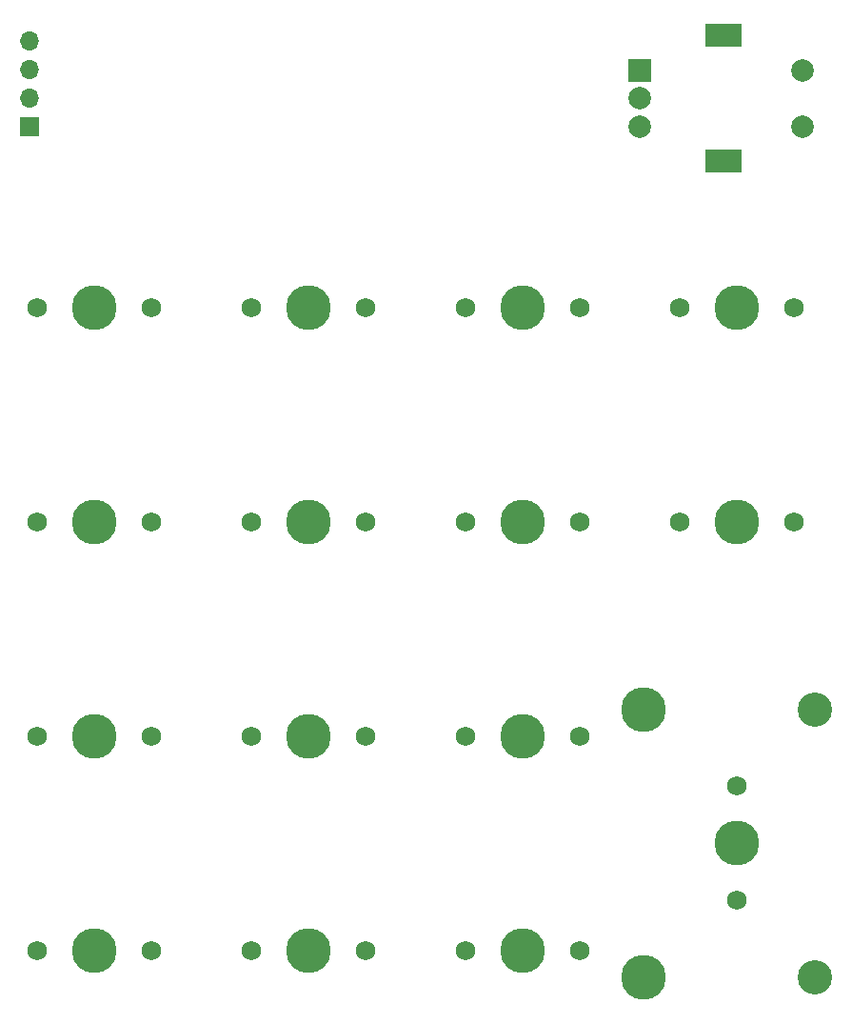
<source format=gbr>
%TF.GenerationSoftware,KiCad,Pcbnew,(6.0.10)*%
%TF.CreationDate,2023-09-03T22:57:24-04:00*%
%TF.ProjectId,NugMacro-Keypad,4e75674d-6163-4726-9f2d-4b6579706164,V3*%
%TF.SameCoordinates,Original*%
%TF.FileFunction,Soldermask,Top*%
%TF.FilePolarity,Negative*%
%FSLAX46Y46*%
G04 Gerber Fmt 4.6, Leading zero omitted, Abs format (unit mm)*
G04 Created by KiCad (PCBNEW (6.0.10)) date 2023-09-03 22:57:24*
%MOMM*%
%LPD*%
G01*
G04 APERTURE LIST*
%ADD10C,1.750000*%
%ADD11C,3.987800*%
%ADD12R,2.000000X2.000000*%
%ADD13C,2.000000*%
%ADD14R,3.200000X2.000000*%
%ADD15C,3.048000*%
%ADD16R,1.700000X1.700000*%
%ADD17O,1.700000X1.700000*%
G04 APERTURE END LIST*
D10*
%TO.C,MX14*%
X165974435Y-92696400D03*
X176134435Y-92696400D03*
D11*
X171054435Y-92696400D03*
%TD*%
D10*
%TO.C,MX1*%
X118984365Y-73646400D03*
X108824365Y-73646400D03*
D11*
X113904365Y-73646400D03*
%TD*%
D10*
%TO.C,MX7*%
X138034335Y-111746500D03*
X127874335Y-111746500D03*
D11*
X132954335Y-111746500D03*
%TD*%
D10*
%TO.C,MX13*%
X176134435Y-73646400D03*
D11*
X171054435Y-73646400D03*
D10*
X165974435Y-73646400D03*
%TD*%
D11*
%TO.C,MX8*%
X132954335Y-130796540D03*
D10*
X127874335Y-130796540D03*
X138034335Y-130796540D03*
%TD*%
%TO.C,MX10*%
X146924435Y-92696400D03*
D11*
X152004435Y-92696400D03*
D10*
X157084435Y-92696400D03*
%TD*%
D11*
%TO.C,MX2*%
X113904365Y-92696400D03*
D10*
X118984365Y-92696400D03*
X108824365Y-92696400D03*
%TD*%
%TO.C,MX12*%
X157084435Y-130796540D03*
X146924435Y-130796540D03*
D11*
X152004435Y-130796540D03*
%TD*%
D10*
%TO.C,MX11*%
X146924435Y-111746500D03*
X157084435Y-111746500D03*
D11*
X152004435Y-111746500D03*
%TD*%
D12*
%TO.C,SW2*%
X162407400Y-52563470D03*
D13*
X162407400Y-57563470D03*
X162407400Y-55063470D03*
D14*
X169907400Y-49463470D03*
X169907400Y-60663470D03*
D13*
X176907400Y-57563470D03*
X176907400Y-52563470D03*
%TD*%
D11*
%TO.C,MX15*%
X162808250Y-109378750D03*
X171063250Y-121285000D03*
D15*
X178048250Y-109378750D03*
D11*
X162808250Y-133191250D03*
D10*
X171063250Y-126365000D03*
X171063250Y-116205000D03*
D15*
X178048250Y-133191250D03*
%TD*%
D10*
%TO.C,MX3*%
X108824365Y-111746500D03*
D11*
X113904365Y-111746500D03*
D10*
X118984365Y-111746500D03*
%TD*%
D11*
%TO.C,MX4*%
X113904365Y-130796540D03*
D10*
X108824365Y-130796540D03*
X118984365Y-130796540D03*
%TD*%
D16*
%TO.C,J3*%
X108204581Y-57575405D03*
D17*
X108204581Y-55035405D03*
X108204581Y-52495405D03*
X108204581Y-49955405D03*
%TD*%
D10*
%TO.C,MX6*%
X138034335Y-92696400D03*
D11*
X132954335Y-92696400D03*
D10*
X127874335Y-92696400D03*
%TD*%
%TO.C,MX5*%
X138034335Y-73646400D03*
X127874335Y-73646400D03*
D11*
X132954335Y-73646400D03*
%TD*%
D10*
%TO.C,MX9*%
X157084435Y-73646400D03*
D11*
X152004435Y-73646400D03*
D10*
X146924435Y-73646400D03*
%TD*%
M02*

</source>
